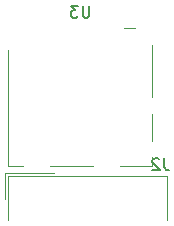
<source format=gbo>
G04 #@! TF.GenerationSoftware,KiCad,Pcbnew,(5.1.5)-3*
G04 #@! TF.CreationDate,2020-04-21T17:30:06+02:00*
G04 #@! TF.ProjectId,Wegard_Logger,57656761-7264-45f4-9c6f-676765722e6b,rev?*
G04 #@! TF.SameCoordinates,Original*
G04 #@! TF.FileFunction,Legend,Bot*
G04 #@! TF.FilePolarity,Positive*
%FSLAX46Y46*%
G04 Gerber Fmt 4.6, Leading zero omitted, Abs format (unit mm)*
G04 Created by KiCad (PCBNEW (5.1.5)-3) date 2020-04-21 17:30:06*
%MOMM*%
%LPD*%
G04 APERTURE LIST*
%ADD10C,0.120000*%
%ADD11C,0.150000*%
G04 APERTURE END LIST*
D10*
X154110000Y-102130000D02*
X154110000Y-106580000D01*
X154110000Y-107980000D02*
X154110000Y-110280000D01*
X154110000Y-111680000D02*
X154110000Y-112400000D01*
X154110000Y-112400000D02*
X151430000Y-112400000D01*
X149130000Y-112400000D02*
X145460000Y-112400000D01*
X143160000Y-112400000D02*
X141930000Y-112400000D01*
X141930000Y-112400000D02*
X141930000Y-102580000D01*
X152630000Y-100760000D02*
X151770000Y-100760000D01*
X141652067Y-112999800D02*
X145845400Y-112999800D01*
X141652067Y-115239800D02*
X141652067Y-112999800D01*
X155338733Y-113239800D02*
X155338733Y-116979800D01*
X141892067Y-113239800D02*
X155338733Y-113239800D01*
X141892067Y-116979800D02*
X141892067Y-113239800D01*
D11*
X148801904Y-98852380D02*
X148801904Y-99661904D01*
X148754285Y-99757142D01*
X148706666Y-99804761D01*
X148611428Y-99852380D01*
X148420952Y-99852380D01*
X148325714Y-99804761D01*
X148278095Y-99757142D01*
X148230476Y-99661904D01*
X148230476Y-98852380D01*
X147849523Y-98852380D02*
X147230476Y-98852380D01*
X147563809Y-99233333D01*
X147420952Y-99233333D01*
X147325714Y-99280952D01*
X147278095Y-99328571D01*
X147230476Y-99423809D01*
X147230476Y-99661904D01*
X147278095Y-99757142D01*
X147325714Y-99804761D01*
X147420952Y-99852380D01*
X147706666Y-99852380D01*
X147801904Y-99804761D01*
X147849523Y-99757142D01*
X155146333Y-111771180D02*
X155146333Y-112485466D01*
X155193952Y-112628323D01*
X155289190Y-112723561D01*
X155432047Y-112771180D01*
X155527285Y-112771180D01*
X154717761Y-111866419D02*
X154670142Y-111818800D01*
X154574904Y-111771180D01*
X154336809Y-111771180D01*
X154241571Y-111818800D01*
X154193952Y-111866419D01*
X154146333Y-111961657D01*
X154146333Y-112056895D01*
X154193952Y-112199752D01*
X154765380Y-112771180D01*
X154146333Y-112771180D01*
M02*

</source>
